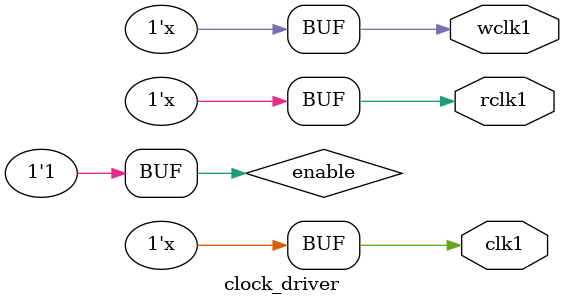
<source format=v>
 `timescale 1 ns / 100 ps
module clock_driver ( clk1, wclk1, rclk1);

output clk1;
output wclk1,rclk1;

parameter  CLKPERIOD = 15;
parameter  WCLKPERIOD = 15;
parameter  RCLKPERIOD = 15;

reg clk1, wclk1, rclk1;
reg enable;

initial begin
  clk1 = 1'b0;
  wclk1 = 1'b0;
  rclk1 = 1'b0;
  enable = 1'b1;

end


always @(clk1 or enable)
begin
  if (enable)
    clk1 <= #(CLKPERIOD) ~clk1;
end

always @(wclk1 or enable)
begin
  if (enable)
    wclk1 <= #(WCLKPERIOD) ~wclk1;
end


always @(rclk1 or enable)
begin
  if (enable)
    rclk1 <= #(RCLKPERIOD) ~rclk1;
  
end



task clk_on;
begin
  enable = 1'b1;
end
endtask

task clk_off;
begin
  enable = 1'b0;
end
endtask


endmodule  // clock_driver

</source>
